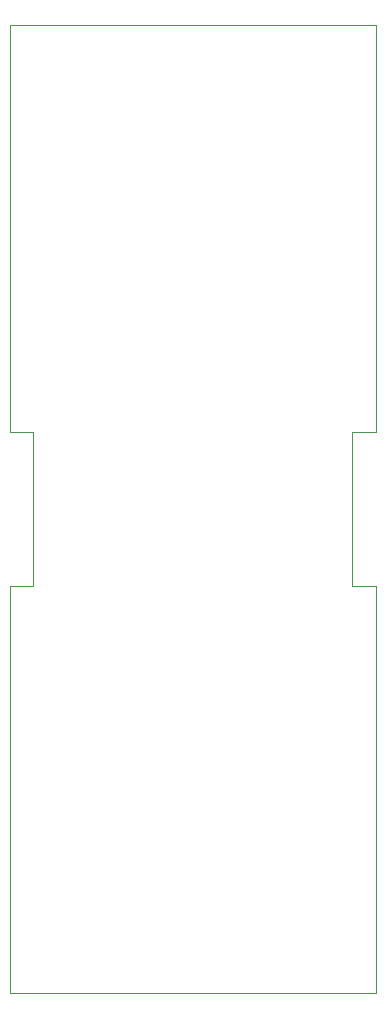
<source format=gbr>
%TF.GenerationSoftware,KiCad,Pcbnew,(5.1.6)-1*%
%TF.CreationDate,2020-06-28T19:49:48+04:00*%
%TF.ProjectId,SmartHousePowerUARTRouter,536d6172-7448-46f7-9573-65506f776572,rev?*%
%TF.SameCoordinates,Original*%
%TF.FileFunction,Profile,NP*%
%FSLAX46Y46*%
G04 Gerber Fmt 4.6, Leading zero omitted, Abs format (unit mm)*
G04 Created by KiCad (PCBNEW (5.1.6)-1) date 2020-06-28 19:49:48*
%MOMM*%
%LPD*%
G01*
G04 APERTURE LIST*
%TA.AperFunction,Profile*%
%ADD10C,0.100000*%
%TD*%
G04 APERTURE END LIST*
D10*
X248500000Y-98000000D02*
X248500000Y-132500000D01*
X250500000Y-98000000D02*
X248500000Y-98000000D01*
X250500000Y-85000000D02*
X250500000Y-98000000D01*
X248500000Y-85000000D02*
X250500000Y-85000000D01*
X248500000Y-50500000D02*
X248500000Y-85000000D01*
X279500000Y-98000000D02*
X279500000Y-132500000D01*
X277500000Y-98000000D02*
X279500000Y-98000000D01*
X277500000Y-85000000D02*
X277500000Y-98000000D01*
X279500000Y-85000000D02*
X277500000Y-85000000D01*
X279500000Y-50500000D02*
X279500000Y-85000000D01*
X279500000Y-132500000D02*
X248500000Y-132500000D01*
X248500000Y-50500000D02*
X279500000Y-50500000D01*
M02*

</source>
